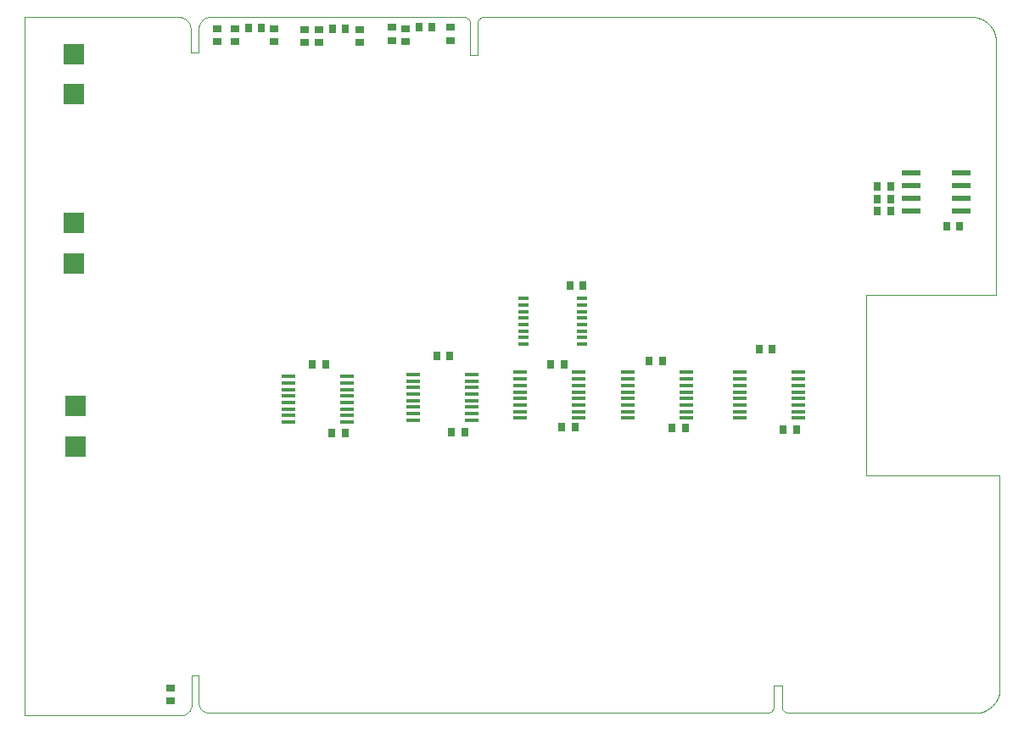
<source format=gbp>
G75*
G70*
%OFA0B0*%
%FSLAX24Y24*%
%IPPOS*%
%LPD*%
%AMOC8*
5,1,8,0,0,1.08239X$1,22.5*
%
%ADD10C,0.0000*%
%ADD11R,0.0580X0.0140*%
%ADD12R,0.0390X0.0120*%
%ADD13R,0.0354X0.0276*%
%ADD14R,0.0276X0.0354*%
%ADD15R,0.0787X0.0787*%
%ADD16R,0.0780X0.0210*%
D10*
X000474Y003346D02*
X006615Y003346D01*
X006616Y003346D02*
X006657Y003350D01*
X006699Y003358D01*
X006739Y003369D01*
X006778Y003384D01*
X006815Y003403D01*
X006851Y003425D01*
X006884Y003450D01*
X006915Y003478D01*
X006944Y003509D01*
X006969Y003542D01*
X006991Y003577D01*
X007010Y003615D01*
X007025Y003654D01*
X007037Y003694D01*
X007044Y003735D01*
X007048Y003777D01*
X007049Y003819D01*
X007049Y004921D01*
X007324Y004921D01*
X007324Y003858D01*
X007323Y003821D01*
X007327Y003784D01*
X007334Y003748D01*
X007344Y003713D01*
X007358Y003679D01*
X007376Y003646D01*
X007396Y003616D01*
X007419Y003587D01*
X007445Y003561D01*
X007474Y003538D01*
X007504Y003517D01*
X007536Y003500D01*
X007570Y003485D01*
X007606Y003475D01*
X007642Y003467D01*
X007678Y003464D01*
X029686Y003464D01*
X029714Y003466D01*
X029742Y003471D01*
X029770Y003479D01*
X029796Y003491D01*
X029820Y003506D01*
X029842Y003523D01*
X029863Y003544D01*
X029880Y003566D01*
X029895Y003590D01*
X029907Y003616D01*
X029915Y003644D01*
X029920Y003672D01*
X029922Y003700D01*
X029923Y003700D02*
X029923Y004527D01*
X030237Y004527D01*
X030237Y003700D01*
X030238Y003700D02*
X030240Y003672D01*
X030245Y003644D01*
X030253Y003616D01*
X030265Y003590D01*
X030280Y003566D01*
X030297Y003544D01*
X030318Y003523D01*
X030340Y003506D01*
X030364Y003491D01*
X030390Y003479D01*
X030418Y003471D01*
X030446Y003466D01*
X030474Y003464D01*
X037993Y003464D01*
X037994Y003464D02*
X038052Y003475D01*
X038109Y003489D01*
X038165Y003506D01*
X038219Y003528D01*
X038273Y003552D01*
X038325Y003580D01*
X038374Y003611D01*
X038422Y003645D01*
X038468Y003682D01*
X038511Y003722D01*
X038552Y003764D01*
X038589Y003809D01*
X038624Y003856D01*
X038656Y003906D01*
X038685Y003957D01*
X038711Y004010D01*
X038733Y004064D01*
X038751Y004120D01*
X038767Y004177D01*
X038778Y004234D01*
X038786Y004292D01*
X038790Y004351D01*
X038791Y004410D01*
X038788Y004468D01*
X038781Y004527D01*
X038781Y012795D01*
X033545Y012795D01*
X033545Y019882D01*
X038663Y019882D01*
X038643Y029882D01*
X038640Y029942D01*
X038633Y030002D01*
X038622Y030062D01*
X038608Y030121D01*
X038589Y030179D01*
X038568Y030235D01*
X038543Y030291D01*
X038514Y030344D01*
X038482Y030396D01*
X038447Y030445D01*
X038409Y030492D01*
X038368Y030537D01*
X038324Y030579D01*
X038278Y030618D01*
X038229Y030654D01*
X038178Y030687D01*
X038126Y030717D01*
X038071Y030743D01*
X038015Y030766D01*
X037957Y030786D01*
X037899Y030801D01*
X037839Y030813D01*
X037779Y030822D01*
X037719Y030826D01*
X037658Y030827D01*
X037659Y030826D02*
X018545Y030826D01*
X018545Y030827D02*
X018514Y030825D01*
X018484Y030820D01*
X018454Y030812D01*
X018425Y030800D01*
X018398Y030785D01*
X018373Y030767D01*
X018350Y030746D01*
X018329Y030723D01*
X018311Y030698D01*
X018296Y030671D01*
X018284Y030642D01*
X018276Y030612D01*
X018271Y030582D01*
X018269Y030551D01*
X018269Y029330D01*
X017993Y029330D01*
X017993Y030551D01*
X017994Y030551D02*
X017992Y030582D01*
X017987Y030612D01*
X017979Y030642D01*
X017967Y030671D01*
X017952Y030698D01*
X017934Y030723D01*
X017913Y030746D01*
X017890Y030767D01*
X017865Y030785D01*
X017838Y030800D01*
X017809Y030812D01*
X017779Y030820D01*
X017749Y030825D01*
X017718Y030827D01*
X017718Y030826D02*
X007797Y030826D01*
X007756Y030824D01*
X007715Y030819D01*
X007675Y030810D01*
X007636Y030798D01*
X007598Y030782D01*
X007561Y030763D01*
X007526Y030741D01*
X007494Y030716D01*
X007463Y030688D01*
X007435Y030657D01*
X007410Y030625D01*
X007388Y030590D01*
X007369Y030553D01*
X007353Y030515D01*
X007341Y030476D01*
X007332Y030436D01*
X007327Y030395D01*
X007325Y030354D01*
X007324Y030354D02*
X007324Y029409D01*
X007009Y029409D01*
X007009Y030354D01*
X007010Y030354D02*
X007006Y030397D01*
X006999Y030439D01*
X006988Y030481D01*
X006973Y030521D01*
X006955Y030560D01*
X006934Y030597D01*
X006909Y030633D01*
X006882Y030666D01*
X006851Y030696D01*
X006819Y030724D01*
X006783Y030749D01*
X006746Y030770D01*
X006707Y030789D01*
X006667Y030804D01*
X006625Y030815D01*
X006583Y030823D01*
X006540Y030826D01*
X006497Y030827D01*
X006497Y030826D02*
X000474Y030826D01*
X000474Y003346D01*
D11*
X010859Y014887D03*
X010859Y015147D03*
X010859Y015407D03*
X010859Y015657D03*
X010859Y015917D03*
X010859Y016167D03*
X010859Y016427D03*
X010859Y016687D03*
X013159Y016687D03*
X013159Y016427D03*
X013159Y016167D03*
X013159Y015917D03*
X013159Y015657D03*
X013159Y015407D03*
X013159Y015147D03*
X013159Y014887D03*
X015741Y014966D03*
X015741Y015226D03*
X015741Y015486D03*
X015741Y015736D03*
X015741Y015996D03*
X015741Y016246D03*
X015741Y016506D03*
X015741Y016766D03*
X018041Y016766D03*
X018041Y016506D03*
X018041Y016246D03*
X018041Y015996D03*
X018041Y015736D03*
X018041Y015486D03*
X018041Y015226D03*
X018041Y014966D03*
X019954Y015045D03*
X019954Y015305D03*
X019954Y015565D03*
X019954Y015815D03*
X019954Y016075D03*
X019954Y016325D03*
X019954Y016585D03*
X019954Y016845D03*
X022254Y016845D03*
X022254Y016585D03*
X022254Y016325D03*
X022254Y016075D03*
X022254Y015815D03*
X022254Y015565D03*
X022254Y015305D03*
X022254Y015045D03*
X024166Y015045D03*
X024166Y015305D03*
X024166Y015565D03*
X024166Y015815D03*
X024166Y016075D03*
X024166Y016325D03*
X024166Y016585D03*
X024166Y016845D03*
X026466Y016845D03*
X026466Y016585D03*
X026466Y016325D03*
X026466Y016075D03*
X026466Y015815D03*
X026466Y015565D03*
X026466Y015305D03*
X026466Y015045D03*
X028576Y015045D03*
X028576Y015305D03*
X028576Y015565D03*
X028576Y015815D03*
X028576Y016075D03*
X028576Y016325D03*
X028576Y016585D03*
X028576Y016845D03*
X030876Y016845D03*
X030876Y016585D03*
X030876Y016325D03*
X030876Y016075D03*
X030876Y015815D03*
X030876Y015565D03*
X030876Y015305D03*
X030876Y015045D03*
D12*
X022370Y017962D03*
X022370Y018218D03*
X022370Y018474D03*
X022370Y018730D03*
X022370Y018986D03*
X022370Y019242D03*
X022370Y019498D03*
X022370Y019754D03*
X020073Y019754D03*
X020073Y019498D03*
X020073Y019242D03*
X020073Y018986D03*
X020073Y018730D03*
X020073Y018474D03*
X020073Y018218D03*
X020073Y017962D03*
D13*
X017206Y029901D03*
X017206Y030413D03*
X015434Y030374D03*
X015434Y029862D03*
X014923Y029901D03*
X014923Y030413D03*
X013663Y030334D03*
X013663Y029823D03*
X012049Y029823D03*
X012049Y030334D03*
X011497Y030334D03*
X011497Y029823D03*
X010277Y029862D03*
X010277Y030374D03*
X008741Y030374D03*
X008741Y029862D03*
X008033Y029862D03*
X008033Y030374D03*
X006202Y004429D03*
X006202Y003917D03*
D14*
X012564Y014460D03*
X013076Y014460D03*
X012304Y017165D03*
X011793Y017165D03*
X016674Y017480D03*
X017186Y017480D03*
X017265Y014488D03*
X017777Y014488D03*
X021163Y017165D03*
X021674Y017165D03*
X021596Y014704D03*
X022108Y014704D03*
X025021Y017283D03*
X025533Y017283D03*
X025926Y014645D03*
X026438Y014645D03*
X030297Y014606D03*
X030808Y014606D03*
X029863Y017756D03*
X029352Y017756D03*
X033997Y023208D03*
X034509Y023208D03*
X034509Y023661D03*
X033997Y023661D03*
X033997Y024173D03*
X034509Y024173D03*
X036718Y022578D03*
X037230Y022578D03*
X022423Y020275D03*
X021911Y020275D03*
X013092Y030354D03*
X012580Y030354D03*
X009785Y030393D03*
X009273Y030393D03*
X015966Y030433D03*
X016478Y030433D03*
D15*
X002403Y029370D03*
X002403Y027795D03*
X002403Y022716D03*
X002403Y021141D03*
X002482Y015511D03*
X002482Y013937D03*
D16*
X035330Y023187D03*
X035330Y023687D03*
X035330Y024187D03*
X035330Y024687D03*
X037270Y024687D03*
X037270Y024187D03*
X037270Y023687D03*
X037270Y023187D03*
M02*

</source>
